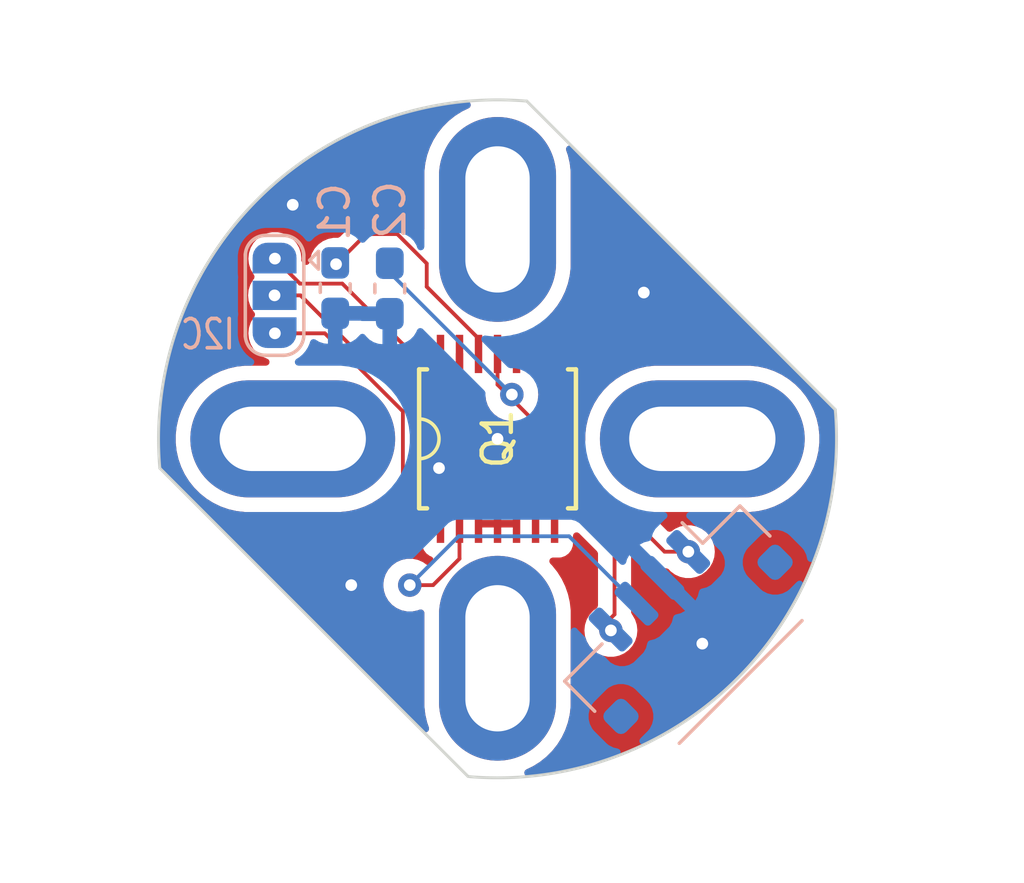
<source format=kicad_pcb>
(kicad_pcb (version 20240108) (generator "pcbnew") (generator_version "8.0")
  (layers (0 "F.Cu" signal) (31 "B.Cu" signal) (34 "B.Paste" user) (35 "F.Paste" user) (36 "B.SilkS" user "B.Silkscreen") (37 "F.SilkS" user "F.Silkscreen") (38 "B.Mask" user) (39 "F.Mask" user) (44 "Edge.Cuts" user))
  (net 0 "")
  (net 1 "Net-(J1-Pin_3)")
  (net 2 "GND")
  (net 8 "+5V")
  (net 9 "Net-(Q1-VDD3V)")
  (net 10 "Net-(J1-Pin_4)")
  (net 11 "/I2C")
  (net 12 "/PWM")
  (footprint "Library:Slot" (layer "F.Cu") (at 150 150)
    (property "Reference" "REF**" (hide yes))
    (property "Value" "18XX-20XX Motor")
    (pad "1" thru_hole oval (at -7 0 90) (size 4 7) (drill oval 2.2 5) (layers "*.Cu" "*.Mask"))
    (pad "1" thru_hole oval (at 0 -7.5 180) (size 4 7) (drill oval 2.2 5) (layers "*.Cu" "*.Mask"))
    (pad "1" thru_hole oval (at 0 7.5 180) (size 4 7) (drill oval 2.2 5) (layers "*.Cu" "*.Mask"))
    (pad "1" thru_hole oval (at 7 0 90) (size 4 7) (drill oval 2.2 5) (layers "*.Cu" "*.Mask"))
  )
  (footprint "Ethan:TRANS_HTSP-500_AMS" (layer "F.Cu") (at 150 150 90)
    (property "Reference" "Q1" (at 0 0 90) (layer "F.SilkS"))
    (property "Value" "AS5048B-HTSP-500")
    (fp_line (start 2.3749 -2.6797) (end -2.3749 -2.6797) (stroke (width 0.1524)) (layer "F.SilkS"))
    (fp_line (start -2.3749 -2.6797) (end -2.3749 -2.409741) (stroke (width 0.1524)) (layer "F.SilkS"))
    (fp_line (start 2.3749 -2.409739) (end 2.3749 -2.6797) (stroke (width 0.1524)) (layer "F.SilkS"))
    (fp_line (start -2.3749 2.409739) (end -2.3749 2.6797) (stroke (width 0.1524)) (layer "F.SilkS"))
    (fp_line (start 2.3749 2.6797) (end 2.3749 2.409741) (stroke (width 0.1524)) (layer "F.SilkS"))
    (fp_line (start -2.3749 2.6797) (end 2.3749 2.6797) (stroke (width 0.1524)) (layer "F.SilkS"))
    (fp_arc (start 0.6797 -2.6797) (mid 0 -2) (end -0.6797 -2.6797) (stroke (width 0.12)) (layer "F.SilkS"))
    (pad "1" smd rect (at -2.90195 -1.950001 90) (size 1.3081 0.254) (layers "F.Cu" "F.Paste" "F.Mask") (net 11 "/I2C"))
    (pad "2" smd rect (at -2.90195 -1.3 90) (size 1.3081 0.254) (layers "F.Cu" "F.Paste" "F.Mask") (net 1 "Net-(J1-Pin_3)"))
    (pad "3" smd rect (at -2.90195 -0.649999 90) (size 1.3081 0.254) (layers "F.Cu" "F.Paste" "F.Mask") (net 2 "GND"))
    (pad "4" smd rect (at -2.90195 0 90) (size 1.3081 0.254) (layers "F.Cu" "F.Paste" "F.Mask") (net 2 "GND"))
    (pad "5" smd rect (at -2.90195 0.649999 90) (size 1.3081 0.254) (layers "F.Cu" "F.Paste" "F.Mask") (net 2 "GND"))
    (pad "6" smd rect (at -2.90195 1.3 90) (size 1.3081 0.254) (layers "F.Cu" "F.Paste" "F.Mask"))
    (pad "7" smd rect (at -2.90195 1.949999 90) (size 1.3081 0.254) (layers "F.Cu" "F.Paste" "F.Mask"))
    (pad "8" smd rect (at 2.90195 1.950001 90) (size 1.3081 0.254) (layers "F.Cu" "F.Paste" "F.Mask"))
    (pad "9" smd rect (at 2.90195 1.3 90) (size 1.3081 0.254) (layers "F.Cu" "F.Paste" "F.Mask"))
    (pad "10" smd rect (at 2.90195 0.650001 90) (size 1.3081 0.254) (layers "F.Cu" "F.Paste" "F.Mask"))
    (pad "11" smd rect (at 2.90195 0 90) (size 1.3081 0.254) (layers "F.Cu" "F.Paste" "F.Mask") (net 8 "+5V"))
    (pad "12" smd rect (at 2.90195 -0.649999 90) (size 1.3081 0.254) (layers "F.Cu" "F.Paste" "F.Mask") (net 9 "Net-(Q1-VDD3V)"))
    (pad "13" smd rect (at 2.90195 -1.3 90) (size 1.3081 0.254) (layers "F.Cu" "F.Paste" "F.Mask") (net 2 "GND"))
    (pad "14" smd rect (at 2.90195 -1.949999 90) (size 1.3081 0.254) (layers "F.Cu" "F.Paste" "F.Mask") (net 12 "/PWM"))
  )
  (footprint "Capacitor_SMD:C_0603_1608Metric_Pad1.08x0.95mm_HandSolder" (layer "B.Cu") (at 144.452482 144.848013 90)
    (property "Reference" "C1" (at 2.60518 -0.022534 90) (layer "B.SilkS") (effects (justify mirror)))
    (property "Value" "10uF")
    (fp_line (start -0.146267 -0.51) (end 0.146267 -0.51) (stroke (width 0.12)) (layer "B.SilkS"))
    (fp_line (start -0.146267 0.51) (end 0.146267 0.51) (stroke (width 0.12)) (layer "B.SilkS"))
    (pad "1" smd roundrect (at -0.8625 0 90) (size 1.075 0.95) (layers "B.Cu" "B.Paste" "B.Mask") (net 2 "GND"))
    (pad "2" smd roundrect (at 0.8625 0 90) (size 1.075 0.95) (layers "B.Cu" "B.Paste" "B.Mask") (net 9 "Net-(Q1-VDD3V)"))
  )
  (footprint "Capacitor_SMD:C_0603_1608Metric_Pad1.08x0.95mm_HandSolder" (layer "B.Cu") (at 146.317537 144.861055 -90)
    (property "Reference" "C2" (at -2.686919 -0.007961 90) (layer "B.SilkS") (effects (justify mirror)))
    (property "Value" "100nF")
    (fp_line (start -0.146267 0.51) (end 0.146267 0.51) (stroke (width 0.12)) (layer "B.SilkS"))
    (fp_line (start -0.146267 -0.51) (end 0.146267 -0.51) (stroke (width 0.12)) (layer "B.SilkS"))
    (pad "1" smd roundrect (at -0.8625 0 270) (size 1.075 0.95) (layers "B.Cu" "B.Paste" "B.Mask") (net 8 "+5V"))
    (pad "2" smd roundrect (at 0.8625 0 270) (size 1.075 0.95) (layers "B.Cu" "B.Paste" "B.Mask") (net 2 "GND"))
  )
  (footprint "Jumper:SolderJumper-3_P1.3mm_Open_RoundedPad1.0x1.5mm" (layer "B.Cu") (at 142.378749 145.095817 -90)
    (property "Reference" "JP1" (hide yes))
    (property "Value" "SolderJumper_3_Open" (hide yes))
    (fp_line (start -1.4 1) (end 1.4 1) (stroke (width 0.12)) (layer "B.SilkS"))
    (fp_line (start 2.05 0.3) (end 2.05 -0.3) (stroke (width 0.12)) (layer "B.SilkS"))
    (fp_line (start -2.05 -0.3) (end -2.05 0.3) (stroke (width 0.12)) (layer "B.SilkS"))
    (fp_line (start 1.4 -1) (end -1.4 -1) (stroke (width 0.12)) (layer "B.SilkS"))
    (fp_line (start -1.2 -1.2) (end -1.5 -1.5) (stroke (width 0.12)) (layer "B.SilkS"))
    (fp_line (start -1.2 -1.2) (end -0.9 -1.5) (stroke (width 0.12)) (layer "B.SilkS"))
    (fp_line (start -1.5 -1.5) (end -0.9 -1.5) (stroke (width 0.12)) (layer "B.SilkS"))
    (fp_arc (start -1.35 1) (mid -1.844975 0.794975) (end -2.05 0.3) (stroke (width 0.12)) (layer "B.SilkS"))
    (fp_arc (start 2.05 0.3) (mid 1.844975 0.794975) (end 1.35 1) (stroke (width 0.12)) (layer "B.SilkS"))
    (fp_arc (start -2.05 -0.3) (mid -1.844975 -0.794975) (end -1.35 -1) (stroke (width 0.12)) (layer "B.SilkS"))
    (fp_arc (start 1.35 -1) (mid 1.844975 -0.794975) (end 2.05 -0.3) (stroke (width 0.12)) (layer "B.SilkS"))
    (pad "1" smd custom (at -1.3 0 270) (size 1 0.5) (layers "B.Cu" "B.Mask") (net 12 "/PWM") (options (clearance outline) (anchor rect)) (primitives (gr_circle (center 0 -0.25) (end 0.5 -0.25) (width 0) (fill yes)) (gr_circle (center 0 0.25) (end 0.5 0.25) (width 0) (fill yes)) (gr_poly (pts (xy 0.55 -0.75) (xy 0 -0.75) (xy 0 0.75) (xy 0.55 0.75)) (width 0) (fill yes))))
    (pad "2" smd rect (at 0 0 270) (size 1 1.5) (layers "B.Cu" "B.Mask") (net 10 "Net-(J1-Pin_4)"))
    (pad "3" smd custom (at 1.3 0 270) (size 1 0.5) (layers "B.Cu" "B.Mask") (net 11 "/I2C") (options (clearance outline) (anchor rect)) (primitives (gr_circle (center 0 -0.25) (end 0.5 -0.25) (width 0) (fill yes)) (gr_circle (center 0 0.25) (end 0.5 0.25) (width 0) (fill yes)) (gr_poly (pts (xy 0 -0.75) (xy -0.55 -0.75) (xy -0.55 0.75) (xy 0 0.75)) (width 0) (fill yes))))
  )
  (footprint "Connector_JST:JST_GH_SM04B-GHS-TB_1x04-1MP_P1.25mm_Horizontal" (layer "B.Cu") (at 156.5 156.5 -135)
    (property "Reference" "Je" (hide yes))
    (property "Value" "Conn_01x04_Socket")
    (fp_line (start 4.235 1.71) (end 2.435 1.710001) (stroke (width 0.12)) (layer "B.SilkS"))
    (fp_line (start 4.235 0.26) (end 4.235 1.71) (stroke (width 0.12)) (layer "B.SilkS"))
    (fp_line (start -2.435 1.710001) (end -2.435 2.7) (stroke (width 0.12)) (layer "B.SilkS"))
    (fp_line (start -4.235 1.71) (end -2.435 1.710001) (stroke (width 0.12)) (layer "B.SilkS"))
    (fp_line (start -4.235 0.26) (end -4.235 1.71) (stroke (width 0.12)) (layer "B.SilkS"))
    (fp_line (start -2.965 -2.56) (end 2.965 -2.56) (stroke (width 0.12)) (layer "B.SilkS"))
    (pad "1" smd roundrect (at -1.875 1.85 225) (size 0.6 1.7) (layers "B.Cu" "B.Paste" "B.Mask") (net 8 "+5V"))
    (pad "2" smd roundrect (at -0.625 1.85 225) (size 0.6 1.7) (layers "B.Cu" "B.Paste" "B.Mask") (net 2 "GND"))
    (pad "3" smd roundrect (at 0.625 1.85 225) (size 0.6 1.7) (layers "B.Cu" "B.Paste" "B.Mask") (net 1 "Net-(J1-Pin_3)"))
    (pad "4" smd roundrect (at 1.875 1.85 225) (size 0.6 1.7) (layers "B.Cu" "B.Paste" "B.Mask") (net 10 "Net-(J1-Pin_4)"))
    (pad "MP" smd roundrect (at -3.725 -0.5 225) (size 1 1) (layers "B.Cu" "B.Paste" "B.Mask"))
    (pad "MP" smd roundrect (at 3.725 -0.5 225) (size 1 1) (layers "B.Cu" "B.Paste" "B.Mask"))
  )
  (gr_arc (start 161.543395 149) (mid 158.191655 158.194313) (end 148.996255 161.54307) (stroke (width 0.1)) (layer "Edge.Cuts"))
  (gr_line (start 138.45693 151.003745) (end 148.996255 161.54307) (stroke (width 0.1)) (layer "Edge.Cuts"))
  (gr_line (start 151 138.456605) (end 161.543395 149) (stroke (width 0.1)) (layer "Edge.Cuts"))
  (gr_arc (start 138.45693 151.003745) (mid 141.805687 141.808345) (end 151 138.456605) (stroke (width 0.1)) (layer "Edge.Cuts"))
  (gr_text "I2C" (at 141.088355 147.014511 0) (layer "B.SilkS") (effects (font (size 1 0.75) (thickness 0.125) (bold yes)) (justify left bottom mirror)))
  (segment (start 148.7 152.90195) (end 148.7 154.096806) (width 0.13) (layer "F.Cu") (net 1))
  (segment (start 148.7 154.096806) (end 147.796806 155) (width 0.13) (layer "F.Cu") (net 1))
  (segment (start 147.796806 155) (end 147 155) (width 0.13) (layer "F.Cu") (net 1))
  (via (at 147 155) (size 0.8) (drill 0.4) (layers "F.Cu" "B.Cu") (net 1))
  (segment (start 152.446117 153.33) (end 148.67 153.33) (width 0.13) (layer "B.Cu") (net 1))
  (segment (start 154.749911 155.633794) (end 152.446117 153.33) (width 0.13) (layer "B.Cu") (net 1))
  (segment (start 148.67 153.33) (end 147 155) (width 0.13) (layer "B.Cu") (net 1))
  (segment (start 148.7 147.09805) (end 148.7 148.3) (width 0.25) (layer "F.Cu") (net 2))
  (segment (start 148 151) (end 149.350001 152.350001) (width 0.13) (layer "F.Cu") (net 2))
  (segment (start 149.350001 152.350001) (end 149.350001 152.90195) (width 0.13) (layer "F.Cu") (net 2))
  (segment (start 149.350001 152.90195) (end 150.649999 152.90195) (width 0.13) (layer "F.Cu") (net 2))
  (via (at 145 155) (size 0.8) (drill 0.4) (layers "F.Cu" "B.Cu") (net 2))
  (via (at 143 142) (size 0.8) (drill 0.4) (layers "F.Cu" "B.Cu") (net 2))
  (via (at 157 157) (size 0.8) (drill 0.4) (layers "F.Cu" "B.Cu") (net 2))
  (via (at 155 145) (size 0.8) (drill 0.4) (layers "F.Cu" "B.Cu") (net 2))
  (via (at 148 151) (size 0.8) (drill 0.4) (layers "F.Cu" "B.Cu") (net 2))
  (via (at 150 150) (size 0.8) (drill 0.4) (layers "F.Cu" "B.Cu") (net 2))
  (segment (start 156.187357 157) (end 157 157) (width 0.13) (layer "B.Cu") (net 2))
  (segment (start 155.709924 153.857306) (end 154.926309 153.073691) (width 0.13) (layer "F.Cu") (net 8))
  (segment (start 150 148.147381) (end 150 147.09805) (width 0.13) (layer "F.Cu") (net 8))
  (segment (start 154.926309 153.073691) (end 150 148.147381) (width 0.13) (layer "F.Cu") (net 8))
  (segment (start 156.522563 153.857306) (end 155.709924 153.857306) (width 0.13) (layer "F.Cu") (net 8))
  (via (at 150.490162 148.485863) (size 0.8) (drill 0.4) (layers "F.Cu" "B.Cu") (net 8))
  (via (at 156.522563 153.857306) (size 0.8) (drill 0.4) (layers "F.Cu" "B.Cu") (net 8))
  (segment (start 150 148) (end 150.004299 148) (width 0.13) (layer "B.Cu") (net 8))
  (segment (start 150.004299 148) (end 150.490162 148.485863) (width 0.13) (layer "B.Cu") (net 8))
  (segment (start 150 148) (end 146 144) (width 0.13) (layer "B.Cu") (net 8))
  (segment (start 147.580056 144.00635) (end 146.573706 143) (width 0.13) (layer "F.Cu") (net 9))
  (segment (start 147.580056 144.801055) (end 147.580056 144.00635) (width 0.13) (layer "F.Cu") (net 9))
  (segment (start 146.573706 143) (end 146 143) (width 0.13) (layer "F.Cu") (net 9))
  (segment (start 149.350001 146.571) (end 147.580056 144.801055) (width 0.13) (layer "F.Cu") (net 9))
  (segment (start 145.511139 143) (end 146 143) (width 0.13) (layer "F.Cu") (net 9))
  (segment (start 149.350001 147.09805) (end 149.350001 146.571) (width 0.13) (layer "F.Cu") (net 9))
  (segment (start 144.48114 144.029999) (end 145.511139 143) (width 0.13) (layer "F.Cu") (net 9))
  (via (at 144.48114 144.029999) (size 0.8) (drill 0.4) (layers "F.Cu" "B.Cu") (net 9))
  (segment (start 153.874853 156.548501) (end 153.874853 156.125147) (width 0.13) (layer "F.Cu") (net 10))
  (segment (start 154 153.640901) (end 154 156) (width 0.13) (layer "F.Cu") (net 10))
  (segment (start 152.341999 151.9829) (end 154 153.640901) (width 0.13) (layer "F.Cu") (net 10))
  (segment (start 144.426288 146.256404) (end 150.152784 151.9829) (width 0.13) (layer "F.Cu") (net 10))
  (segment (start 142.378749 145.095817) (end 143.265701 145.095817) (width 0.13) (layer "F.Cu") (net 10))
  (segment (start 150.152784 151.9829) (end 152.341999 151.9829) (width 0.13) (layer "F.Cu") (net 10))
  (segment (start 143.265701 145.095817) (end 144.426288 146.256404) (width 0.13) (layer "F.Cu") (net 10))
  (segment (start 153.874853 156.125147) (end 154 156) (width 0.13) (layer "F.Cu") (net 10))
  (via (at 142.378749 145.095817) (size 0.8) (drill 0.4) (layers "F.Cu" "B.Cu") (net 10))
  (via (at 153.874853 156.548501) (size 0.8) (drill 0.4) (layers "F.Cu" "B.Cu") (net 10))
  (segment (start 154.001122 156.652773) (end 153.866027 156.517678) (width 0.13) (layer "B.Cu") (net 10))
  (segment (start 144.096288 146.393094) (end 142.390521 146.393094) (width 0.13) (layer "F.Cu") (net 11))
  (segment (start 146.765 149.061806) (end 144.096288 146.393094) (width 0.13) (layer "F.Cu") (net 11))
  (segment (start 148.049999 152.90195) (end 147.09805 152.90195) (width 0.13) (layer "F.Cu") (net 11))
  (segment (start 146.765 152.5689) (end 146.765 149.061806) (width 0.13) (layer "F.Cu") (net 11))
  (segment (start 147.09805 152.90195) (end 146.765 152.5689) (width 0.13) (layer "F.Cu") (net 11))
  (via (at 142.390521 146.393094) (size 0.8) (drill 0.4) (layers "F.Cu" "B.Cu") (net 11))
  (segment (start 147 147) (end 147.951951 147) (width 0.13) (layer "F.Cu") (net 12))
  (segment (start 143.246433 144.694999) (end 142.390521 143.839087) (width 0.13) (layer "F.Cu") (net 12))
  (segment (start 148.050001 147.09805) (end 147.982092 147.165959) (width 0.13) (layer "F.Cu") (net 12))
  (segment (start 147 147) (end 144.694999 144.694999) (width 0.13) (layer "F.Cu") (net 12))
  (segment (start 147.951951 147) (end 148.050001 147.09805) (width 0.13) (layer "F.Cu") (net 12))
  (segment (start 144.694999 144.694999) (end 143.246433 144.694999) (width 0.13) (layer "F.Cu") (net 12))
  (via (at 142.390521 143.839087) (size 0.8) (drill 0.4) (layers "F.Cu" "B.Cu") (net 12))
  (zone (net 2) (net_name "GND") (layer "F.Cu") (connect_pads (clearance 0.5)) (min_thickness 0.25) (fill yes (thermal_gap 0.5) (thermal_bridge_width 0.5))
    (polygon (pts (xy 168 165) (xy 168 135) (xy 135 135) (xy 135 165)))
  )
  (zone (net 2) (net_name "GND") (layer "B.Cu") (priority 1) (connect_pads (clearance 0.5)) (min_thickness 0.25) (fill yes (thermal_gap 0.5) (thermal_bridge_width 0.5))
    (polygon (pts (xy 167 164) (xy 136 164) (xy 136 136) (xy 167 136)))
  )
)
</source>
